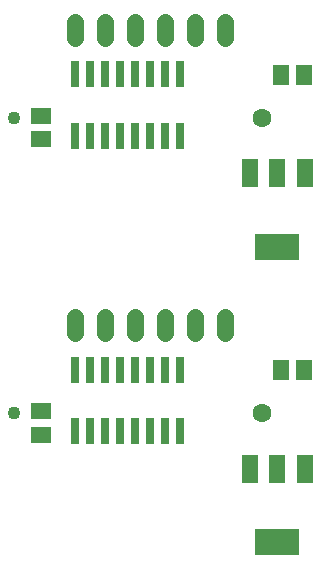
<source format=gbs>
G75*
G70*
%OFA0B0*%
%FSLAX24Y24*%
%IPPOS*%
%LPD*%
%AMOC8*
5,1,8,0,0,1.08239X$1,22.5*
%
%ADD10C,0.0434*%
%ADD11C,0.0631*%
%ADD12R,0.0520X0.0920*%
%ADD13R,0.1457X0.0906*%
%ADD14R,0.0276X0.0906*%
%ADD15C,0.0560*%
%ADD16R,0.0552X0.0670*%
%ADD17R,0.0670X0.0552*%
D10*
X001572Y013456D03*
X001572Y023298D03*
D11*
X009840Y023298D03*
X009840Y013456D03*
D12*
X009440Y011611D03*
X010350Y011611D03*
X011260Y011611D03*
X011260Y021453D03*
X010350Y021453D03*
X009440Y021453D03*
D13*
X010350Y019013D03*
X010350Y009171D03*
D14*
X007100Y012867D03*
X006600Y012867D03*
X006100Y012867D03*
X005600Y012867D03*
X005100Y012867D03*
X004600Y012867D03*
X004100Y012867D03*
X003600Y012867D03*
X003600Y014914D03*
X004100Y014914D03*
X004600Y014914D03*
X005100Y014914D03*
X005600Y014914D03*
X006100Y014914D03*
X006600Y014914D03*
X007100Y014914D03*
X007100Y022710D03*
X006600Y022710D03*
X006100Y022710D03*
X005600Y022710D03*
X005100Y022710D03*
X004600Y022710D03*
X004100Y022710D03*
X003600Y022710D03*
X003600Y024757D03*
X004100Y024757D03*
X004600Y024757D03*
X005100Y024757D03*
X005600Y024757D03*
X006100Y024757D03*
X006600Y024757D03*
X007100Y024757D03*
D15*
X007600Y025973D02*
X007600Y026493D01*
X008600Y026493D02*
X008600Y025973D01*
X006600Y025973D02*
X006600Y026493D01*
X005600Y026493D02*
X005600Y025973D01*
X004600Y025973D02*
X004600Y026493D01*
X003600Y026493D02*
X003600Y025973D01*
X003600Y016651D02*
X003600Y016131D01*
X004600Y016131D02*
X004600Y016651D01*
X005600Y016651D02*
X005600Y016131D01*
X006600Y016131D02*
X006600Y016651D01*
X007600Y016651D02*
X007600Y016131D01*
X008600Y016131D02*
X008600Y016651D01*
D16*
X010456Y014891D03*
X011244Y014891D03*
X011244Y024733D03*
X010456Y024733D03*
D17*
X002475Y012747D03*
X002475Y013534D03*
X002475Y022590D03*
X002475Y023377D03*
M02*

</source>
